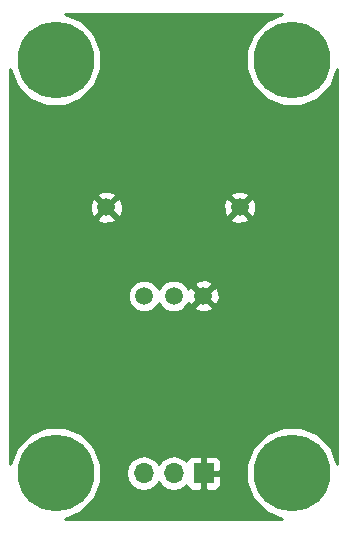
<source format=gbr>
G04 #@! TF.FileFunction,Copper,L2,Bot,Signal*
%FSLAX46Y46*%
G04 Gerber Fmt 4.6, Leading zero omitted, Abs format (unit mm)*
G04 Created by KiCad (PCBNEW 4.0.7) date 07/03/18 20:11:16*
%MOMM*%
%LPD*%
G01*
G04 APERTURE LIST*
%ADD10C,0.100000*%
%ADD11R,1.700000X1.700000*%
%ADD12O,1.700000X1.700000*%
%ADD13C,6.500000*%
%ADD14C,1.500000*%
%ADD15C,0.254000*%
G04 APERTURE END LIST*
D10*
D11*
X137540000Y-110000000D03*
D12*
X135000000Y-110000000D03*
X132460000Y-110000000D03*
D13*
X125000000Y-75000000D03*
X145000000Y-75000000D03*
X125000000Y-110000000D03*
X145000000Y-110000000D03*
D14*
X132500000Y-95000000D03*
X135000000Y-95000000D03*
X137500000Y-95000000D03*
X129300000Y-87500000D03*
X140600000Y-87500000D03*
D15*
G36*
X142802199Y-71704537D02*
X141708377Y-72796451D01*
X141115676Y-74223835D01*
X141114327Y-75769384D01*
X141704537Y-77197801D01*
X142796451Y-78291623D01*
X144223835Y-78884324D01*
X145769384Y-78885673D01*
X147197801Y-78295463D01*
X148291623Y-77203549D01*
X148873000Y-75803436D01*
X148873000Y-109199945D01*
X148295463Y-107802199D01*
X147203549Y-106708377D01*
X145776165Y-106115676D01*
X144230616Y-106114327D01*
X142802199Y-106704537D01*
X141708377Y-107796451D01*
X141115676Y-109223835D01*
X141114327Y-110769384D01*
X141704537Y-112197801D01*
X142796451Y-113291623D01*
X144196564Y-113873000D01*
X125800055Y-113873000D01*
X127197801Y-113295463D01*
X128291623Y-112203549D01*
X128884324Y-110776165D01*
X128885026Y-109970907D01*
X130975000Y-109970907D01*
X130975000Y-110029093D01*
X131088039Y-110597378D01*
X131409946Y-111079147D01*
X131891715Y-111401054D01*
X132460000Y-111514093D01*
X133028285Y-111401054D01*
X133510054Y-111079147D01*
X133730000Y-110749974D01*
X133949946Y-111079147D01*
X134431715Y-111401054D01*
X135000000Y-111514093D01*
X135568285Y-111401054D01*
X136050054Y-111079147D01*
X136079403Y-111035223D01*
X136151673Y-111209698D01*
X136330301Y-111388327D01*
X136563690Y-111485000D01*
X137254250Y-111485000D01*
X137413000Y-111326250D01*
X137413000Y-110127000D01*
X137667000Y-110127000D01*
X137667000Y-111326250D01*
X137825750Y-111485000D01*
X138516310Y-111485000D01*
X138749699Y-111388327D01*
X138928327Y-111209698D01*
X139025000Y-110976309D01*
X139025000Y-110285750D01*
X138866250Y-110127000D01*
X137667000Y-110127000D01*
X137413000Y-110127000D01*
X137393000Y-110127000D01*
X137393000Y-109873000D01*
X137413000Y-109873000D01*
X137413000Y-108673750D01*
X137667000Y-108673750D01*
X137667000Y-109873000D01*
X138866250Y-109873000D01*
X139025000Y-109714250D01*
X139025000Y-109023691D01*
X138928327Y-108790302D01*
X138749699Y-108611673D01*
X138516310Y-108515000D01*
X137825750Y-108515000D01*
X137667000Y-108673750D01*
X137413000Y-108673750D01*
X137254250Y-108515000D01*
X136563690Y-108515000D01*
X136330301Y-108611673D01*
X136151673Y-108790302D01*
X136079403Y-108964777D01*
X136050054Y-108920853D01*
X135568285Y-108598946D01*
X135000000Y-108485907D01*
X134431715Y-108598946D01*
X133949946Y-108920853D01*
X133730000Y-109250026D01*
X133510054Y-108920853D01*
X133028285Y-108598946D01*
X132460000Y-108485907D01*
X131891715Y-108598946D01*
X131409946Y-108920853D01*
X131088039Y-109402622D01*
X130975000Y-109970907D01*
X128885026Y-109970907D01*
X128885673Y-109230616D01*
X128295463Y-107802199D01*
X127203549Y-106708377D01*
X125776165Y-106115676D01*
X124230616Y-106114327D01*
X122802199Y-106704537D01*
X121708377Y-107796451D01*
X121127000Y-109196564D01*
X121127000Y-95274285D01*
X131114760Y-95274285D01*
X131325169Y-95783515D01*
X131714436Y-96173461D01*
X132223298Y-96384759D01*
X132774285Y-96385240D01*
X133283515Y-96174831D01*
X133673461Y-95785564D01*
X133749927Y-95601414D01*
X133825169Y-95783515D01*
X134214436Y-96173461D01*
X134723298Y-96384759D01*
X135274285Y-96385240D01*
X135783515Y-96174831D01*
X135987183Y-95971517D01*
X136708088Y-95971517D01*
X136776077Y-96212460D01*
X137295171Y-96397201D01*
X137845448Y-96369230D01*
X138223923Y-96212460D01*
X138291912Y-95971517D01*
X137500000Y-95179605D01*
X136708088Y-95971517D01*
X135987183Y-95971517D01*
X136173461Y-95785564D01*
X136243353Y-95617246D01*
X136287540Y-95723923D01*
X136528483Y-95791912D01*
X137320395Y-95000000D01*
X137679605Y-95000000D01*
X138471517Y-95791912D01*
X138712460Y-95723923D01*
X138897201Y-95204829D01*
X138869230Y-94654552D01*
X138712460Y-94276077D01*
X138471517Y-94208088D01*
X137679605Y-95000000D01*
X137320395Y-95000000D01*
X136528483Y-94208088D01*
X136287540Y-94276077D01*
X136246778Y-94390611D01*
X136174831Y-94216485D01*
X135987157Y-94028483D01*
X136708088Y-94028483D01*
X137500000Y-94820395D01*
X138291912Y-94028483D01*
X138223923Y-93787540D01*
X137704829Y-93602799D01*
X137154552Y-93630770D01*
X136776077Y-93787540D01*
X136708088Y-94028483D01*
X135987157Y-94028483D01*
X135785564Y-93826539D01*
X135276702Y-93615241D01*
X134725715Y-93614760D01*
X134216485Y-93825169D01*
X133826539Y-94214436D01*
X133750073Y-94398586D01*
X133674831Y-94216485D01*
X133285564Y-93826539D01*
X132776702Y-93615241D01*
X132225715Y-93614760D01*
X131716485Y-93825169D01*
X131326539Y-94214436D01*
X131115241Y-94723298D01*
X131114760Y-95274285D01*
X121127000Y-95274285D01*
X121127000Y-88471517D01*
X128508088Y-88471517D01*
X128576077Y-88712460D01*
X129095171Y-88897201D01*
X129645448Y-88869230D01*
X130023923Y-88712460D01*
X130091912Y-88471517D01*
X139808088Y-88471517D01*
X139876077Y-88712460D01*
X140395171Y-88897201D01*
X140945448Y-88869230D01*
X141323923Y-88712460D01*
X141391912Y-88471517D01*
X140600000Y-87679605D01*
X139808088Y-88471517D01*
X130091912Y-88471517D01*
X129300000Y-87679605D01*
X128508088Y-88471517D01*
X121127000Y-88471517D01*
X121127000Y-87295171D01*
X127902799Y-87295171D01*
X127930770Y-87845448D01*
X128087540Y-88223923D01*
X128328483Y-88291912D01*
X129120395Y-87500000D01*
X129479605Y-87500000D01*
X130271517Y-88291912D01*
X130512460Y-88223923D01*
X130697201Y-87704829D01*
X130676378Y-87295171D01*
X139202799Y-87295171D01*
X139230770Y-87845448D01*
X139387540Y-88223923D01*
X139628483Y-88291912D01*
X140420395Y-87500000D01*
X140779605Y-87500000D01*
X141571517Y-88291912D01*
X141812460Y-88223923D01*
X141997201Y-87704829D01*
X141969230Y-87154552D01*
X141812460Y-86776077D01*
X141571517Y-86708088D01*
X140779605Y-87500000D01*
X140420395Y-87500000D01*
X139628483Y-86708088D01*
X139387540Y-86776077D01*
X139202799Y-87295171D01*
X130676378Y-87295171D01*
X130669230Y-87154552D01*
X130512460Y-86776077D01*
X130271517Y-86708088D01*
X129479605Y-87500000D01*
X129120395Y-87500000D01*
X128328483Y-86708088D01*
X128087540Y-86776077D01*
X127902799Y-87295171D01*
X121127000Y-87295171D01*
X121127000Y-86528483D01*
X128508088Y-86528483D01*
X129300000Y-87320395D01*
X130091912Y-86528483D01*
X139808088Y-86528483D01*
X140600000Y-87320395D01*
X141391912Y-86528483D01*
X141323923Y-86287540D01*
X140804829Y-86102799D01*
X140254552Y-86130770D01*
X139876077Y-86287540D01*
X139808088Y-86528483D01*
X130091912Y-86528483D01*
X130023923Y-86287540D01*
X129504829Y-86102799D01*
X128954552Y-86130770D01*
X128576077Y-86287540D01*
X128508088Y-86528483D01*
X121127000Y-86528483D01*
X121127000Y-75800055D01*
X121704537Y-77197801D01*
X122796451Y-78291623D01*
X124223835Y-78884324D01*
X125769384Y-78885673D01*
X127197801Y-78295463D01*
X128291623Y-77203549D01*
X128884324Y-75776165D01*
X128885673Y-74230616D01*
X128295463Y-72802199D01*
X127203549Y-71708377D01*
X125803436Y-71127000D01*
X144199945Y-71127000D01*
X142802199Y-71704537D01*
X142802199Y-71704537D01*
G37*
X142802199Y-71704537D02*
X141708377Y-72796451D01*
X141115676Y-74223835D01*
X141114327Y-75769384D01*
X141704537Y-77197801D01*
X142796451Y-78291623D01*
X144223835Y-78884324D01*
X145769384Y-78885673D01*
X147197801Y-78295463D01*
X148291623Y-77203549D01*
X148873000Y-75803436D01*
X148873000Y-109199945D01*
X148295463Y-107802199D01*
X147203549Y-106708377D01*
X145776165Y-106115676D01*
X144230616Y-106114327D01*
X142802199Y-106704537D01*
X141708377Y-107796451D01*
X141115676Y-109223835D01*
X141114327Y-110769384D01*
X141704537Y-112197801D01*
X142796451Y-113291623D01*
X144196564Y-113873000D01*
X125800055Y-113873000D01*
X127197801Y-113295463D01*
X128291623Y-112203549D01*
X128884324Y-110776165D01*
X128885026Y-109970907D01*
X130975000Y-109970907D01*
X130975000Y-110029093D01*
X131088039Y-110597378D01*
X131409946Y-111079147D01*
X131891715Y-111401054D01*
X132460000Y-111514093D01*
X133028285Y-111401054D01*
X133510054Y-111079147D01*
X133730000Y-110749974D01*
X133949946Y-111079147D01*
X134431715Y-111401054D01*
X135000000Y-111514093D01*
X135568285Y-111401054D01*
X136050054Y-111079147D01*
X136079403Y-111035223D01*
X136151673Y-111209698D01*
X136330301Y-111388327D01*
X136563690Y-111485000D01*
X137254250Y-111485000D01*
X137413000Y-111326250D01*
X137413000Y-110127000D01*
X137667000Y-110127000D01*
X137667000Y-111326250D01*
X137825750Y-111485000D01*
X138516310Y-111485000D01*
X138749699Y-111388327D01*
X138928327Y-111209698D01*
X139025000Y-110976309D01*
X139025000Y-110285750D01*
X138866250Y-110127000D01*
X137667000Y-110127000D01*
X137413000Y-110127000D01*
X137393000Y-110127000D01*
X137393000Y-109873000D01*
X137413000Y-109873000D01*
X137413000Y-108673750D01*
X137667000Y-108673750D01*
X137667000Y-109873000D01*
X138866250Y-109873000D01*
X139025000Y-109714250D01*
X139025000Y-109023691D01*
X138928327Y-108790302D01*
X138749699Y-108611673D01*
X138516310Y-108515000D01*
X137825750Y-108515000D01*
X137667000Y-108673750D01*
X137413000Y-108673750D01*
X137254250Y-108515000D01*
X136563690Y-108515000D01*
X136330301Y-108611673D01*
X136151673Y-108790302D01*
X136079403Y-108964777D01*
X136050054Y-108920853D01*
X135568285Y-108598946D01*
X135000000Y-108485907D01*
X134431715Y-108598946D01*
X133949946Y-108920853D01*
X133730000Y-109250026D01*
X133510054Y-108920853D01*
X133028285Y-108598946D01*
X132460000Y-108485907D01*
X131891715Y-108598946D01*
X131409946Y-108920853D01*
X131088039Y-109402622D01*
X130975000Y-109970907D01*
X128885026Y-109970907D01*
X128885673Y-109230616D01*
X128295463Y-107802199D01*
X127203549Y-106708377D01*
X125776165Y-106115676D01*
X124230616Y-106114327D01*
X122802199Y-106704537D01*
X121708377Y-107796451D01*
X121127000Y-109196564D01*
X121127000Y-95274285D01*
X131114760Y-95274285D01*
X131325169Y-95783515D01*
X131714436Y-96173461D01*
X132223298Y-96384759D01*
X132774285Y-96385240D01*
X133283515Y-96174831D01*
X133673461Y-95785564D01*
X133749927Y-95601414D01*
X133825169Y-95783515D01*
X134214436Y-96173461D01*
X134723298Y-96384759D01*
X135274285Y-96385240D01*
X135783515Y-96174831D01*
X135987183Y-95971517D01*
X136708088Y-95971517D01*
X136776077Y-96212460D01*
X137295171Y-96397201D01*
X137845448Y-96369230D01*
X138223923Y-96212460D01*
X138291912Y-95971517D01*
X137500000Y-95179605D01*
X136708088Y-95971517D01*
X135987183Y-95971517D01*
X136173461Y-95785564D01*
X136243353Y-95617246D01*
X136287540Y-95723923D01*
X136528483Y-95791912D01*
X137320395Y-95000000D01*
X137679605Y-95000000D01*
X138471517Y-95791912D01*
X138712460Y-95723923D01*
X138897201Y-95204829D01*
X138869230Y-94654552D01*
X138712460Y-94276077D01*
X138471517Y-94208088D01*
X137679605Y-95000000D01*
X137320395Y-95000000D01*
X136528483Y-94208088D01*
X136287540Y-94276077D01*
X136246778Y-94390611D01*
X136174831Y-94216485D01*
X135987157Y-94028483D01*
X136708088Y-94028483D01*
X137500000Y-94820395D01*
X138291912Y-94028483D01*
X138223923Y-93787540D01*
X137704829Y-93602799D01*
X137154552Y-93630770D01*
X136776077Y-93787540D01*
X136708088Y-94028483D01*
X135987157Y-94028483D01*
X135785564Y-93826539D01*
X135276702Y-93615241D01*
X134725715Y-93614760D01*
X134216485Y-93825169D01*
X133826539Y-94214436D01*
X133750073Y-94398586D01*
X133674831Y-94216485D01*
X133285564Y-93826539D01*
X132776702Y-93615241D01*
X132225715Y-93614760D01*
X131716485Y-93825169D01*
X131326539Y-94214436D01*
X131115241Y-94723298D01*
X131114760Y-95274285D01*
X121127000Y-95274285D01*
X121127000Y-88471517D01*
X128508088Y-88471517D01*
X128576077Y-88712460D01*
X129095171Y-88897201D01*
X129645448Y-88869230D01*
X130023923Y-88712460D01*
X130091912Y-88471517D01*
X139808088Y-88471517D01*
X139876077Y-88712460D01*
X140395171Y-88897201D01*
X140945448Y-88869230D01*
X141323923Y-88712460D01*
X141391912Y-88471517D01*
X140600000Y-87679605D01*
X139808088Y-88471517D01*
X130091912Y-88471517D01*
X129300000Y-87679605D01*
X128508088Y-88471517D01*
X121127000Y-88471517D01*
X121127000Y-87295171D01*
X127902799Y-87295171D01*
X127930770Y-87845448D01*
X128087540Y-88223923D01*
X128328483Y-88291912D01*
X129120395Y-87500000D01*
X129479605Y-87500000D01*
X130271517Y-88291912D01*
X130512460Y-88223923D01*
X130697201Y-87704829D01*
X130676378Y-87295171D01*
X139202799Y-87295171D01*
X139230770Y-87845448D01*
X139387540Y-88223923D01*
X139628483Y-88291912D01*
X140420395Y-87500000D01*
X140779605Y-87500000D01*
X141571517Y-88291912D01*
X141812460Y-88223923D01*
X141997201Y-87704829D01*
X141969230Y-87154552D01*
X141812460Y-86776077D01*
X141571517Y-86708088D01*
X140779605Y-87500000D01*
X140420395Y-87500000D01*
X139628483Y-86708088D01*
X139387540Y-86776077D01*
X139202799Y-87295171D01*
X130676378Y-87295171D01*
X130669230Y-87154552D01*
X130512460Y-86776077D01*
X130271517Y-86708088D01*
X129479605Y-87500000D01*
X129120395Y-87500000D01*
X128328483Y-86708088D01*
X128087540Y-86776077D01*
X127902799Y-87295171D01*
X121127000Y-87295171D01*
X121127000Y-86528483D01*
X128508088Y-86528483D01*
X129300000Y-87320395D01*
X130091912Y-86528483D01*
X139808088Y-86528483D01*
X140600000Y-87320395D01*
X141391912Y-86528483D01*
X141323923Y-86287540D01*
X140804829Y-86102799D01*
X140254552Y-86130770D01*
X139876077Y-86287540D01*
X139808088Y-86528483D01*
X130091912Y-86528483D01*
X130023923Y-86287540D01*
X129504829Y-86102799D01*
X128954552Y-86130770D01*
X128576077Y-86287540D01*
X128508088Y-86528483D01*
X121127000Y-86528483D01*
X121127000Y-75800055D01*
X121704537Y-77197801D01*
X122796451Y-78291623D01*
X124223835Y-78884324D01*
X125769384Y-78885673D01*
X127197801Y-78295463D01*
X128291623Y-77203549D01*
X128884324Y-75776165D01*
X128885673Y-74230616D01*
X128295463Y-72802199D01*
X127203549Y-71708377D01*
X125803436Y-71127000D01*
X144199945Y-71127000D01*
X142802199Y-71704537D01*
M02*

</source>
